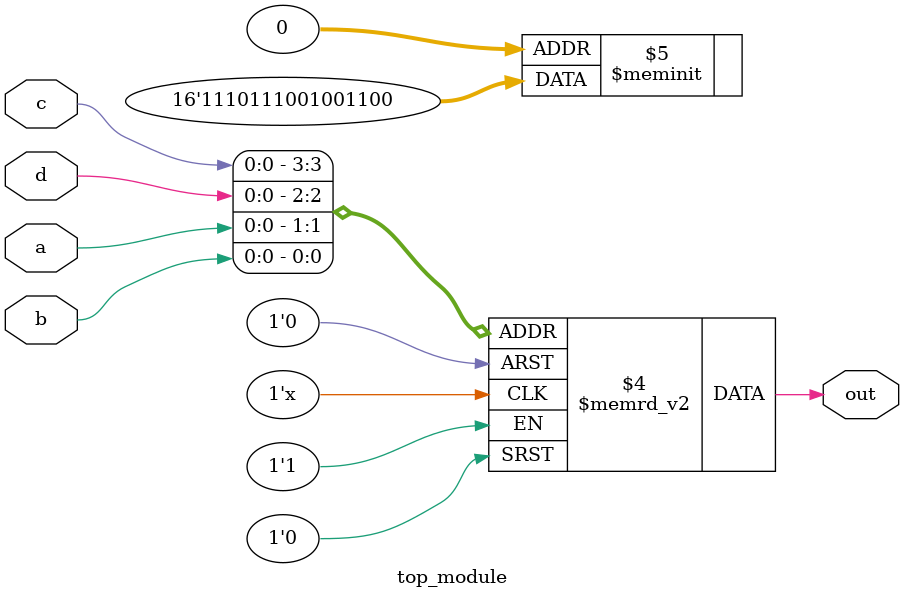
<source format=sv>
module top_module (
    input a, 
    input b,
    input c,
    input d,
    output reg out
);
    always @(*) begin
        case ({c, d, a, b})
            4'b0000: out = 0;
            4'b0001: out = 0;
            4'b0010: out = 1;
            4'b0011: out = 1;
            4'b0100: out = 0;
            4'b0101: out = 0;
            4'b0110: out = 1;
            4'b0111: out = 0; // Don't-care, choosing 0
            4'b1000: out = 0;
            4'b1001: out = 1;
            4'b1010: out = 1;
            4'b1011: out = 1;
            4'b1100: out = 0;
            4'b1101: out = 1;
            4'b1110: out = 1;
            4'b1111: out = 1;
            default: out = 0; // Should not happen in normal operation
        endcase
    end
endmodule

</source>
